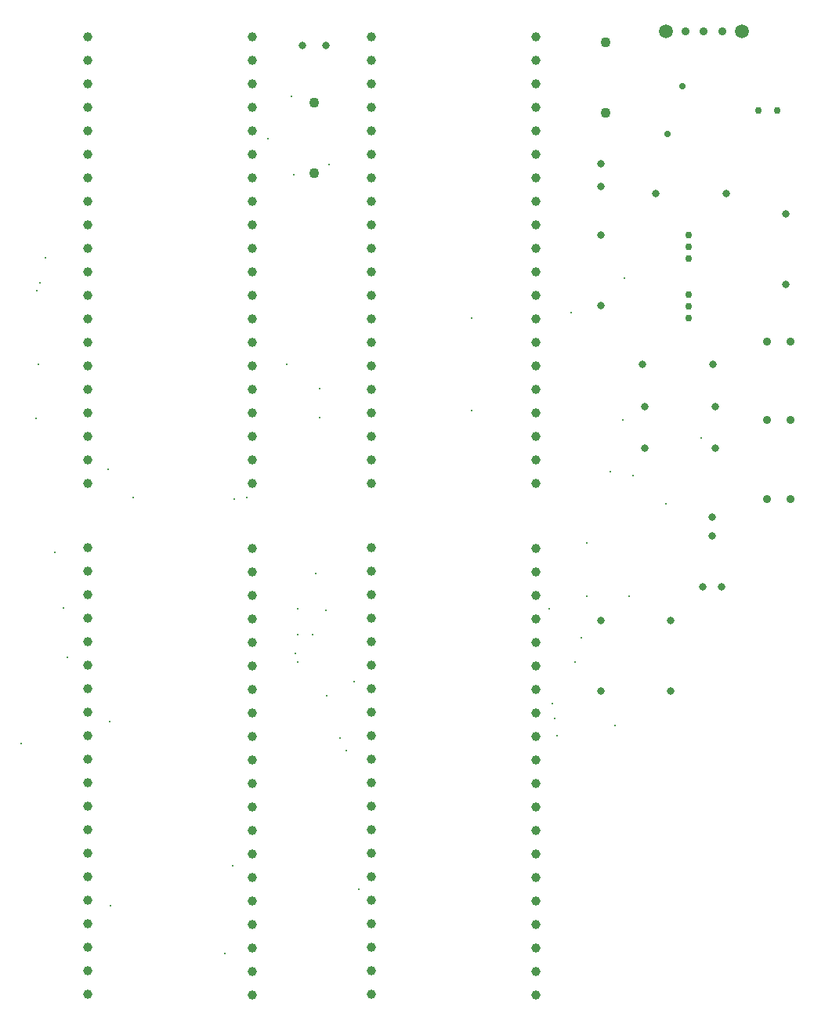
<source format=gbr>
%TF.GenerationSoftware,KiCad,Pcbnew,9.0.0*%
%TF.CreationDate,2025-09-26T14:07:42-04:00*%
%TF.ProjectId,Design V2.0,44657369-676e-4205-9632-2e302e6b6963,rev?*%
%TF.SameCoordinates,Original*%
%TF.FileFunction,Plated,1,2,PTH,Drill*%
%TF.FilePolarity,Positive*%
%FSLAX46Y46*%
G04 Gerber Fmt 4.6, Leading zero omitted, Abs format (unit mm)*
G04 Created by KiCad (PCBNEW 9.0.0) date 2025-09-26 14:07:42*
%MOMM*%
%LPD*%
G01*
G04 APERTURE LIST*
%TA.AperFunction,ViaDrill*%
%ADD10C,0.300000*%
%TD*%
%TA.AperFunction,ComponentDrill*%
%ADD11C,0.710000*%
%TD*%
%TA.AperFunction,ComponentDrill*%
%ADD12C,0.750000*%
%TD*%
%TA.AperFunction,ComponentDrill*%
%ADD13C,0.800000*%
%TD*%
%TA.AperFunction,ComponentDrill*%
%ADD14C,0.900000*%
%TD*%
%TA.AperFunction,ComponentDrill*%
%ADD15C,1.000000*%
%TD*%
%TA.AperFunction,ComponentDrill*%
%ADD16C,1.100000*%
%TD*%
%TA.AperFunction,ComponentDrill*%
%ADD17C,1.500000*%
%TD*%
G04 APERTURE END LIST*
D10*
X161796600Y-108924500D03*
X163485400Y-73783300D03*
X163558500Y-60025500D03*
X163722400Y-67928300D03*
X163867400Y-59142200D03*
X164463800Y-56421200D03*
X165467300Y-88267800D03*
X166411300Y-94258400D03*
X166837600Y-99602100D03*
X171215500Y-79306700D03*
X171417300Y-106536500D03*
X171487100Y-126494300D03*
X173946300Y-82361800D03*
X183845900Y-131610700D03*
X184731100Y-122162500D03*
X184841800Y-82569800D03*
X186256000Y-82365300D03*
X188486600Y-43590500D03*
X190515900Y-67928300D03*
X191083500Y-38969300D03*
X191286000Y-47518500D03*
X191501400Y-99212300D03*
X191727000Y-94393900D03*
X191749300Y-97211300D03*
X191749300Y-100139600D03*
X193373000Y-97211300D03*
X193655200Y-90553800D03*
X194078800Y-70592300D03*
X194078800Y-73711700D03*
X194752900Y-94511400D03*
X194834300Y-103814800D03*
X195139100Y-46371800D03*
X196260700Y-108325800D03*
X197014600Y-109698400D03*
X197842100Y-102277000D03*
X198299600Y-124692300D03*
X210500000Y-63000000D03*
X210500000Y-73000000D03*
X218883400Y-94359700D03*
X219275600Y-104653000D03*
X219476400Y-106194700D03*
X219730900Y-108066100D03*
X221291600Y-62383500D03*
X221694800Y-100138300D03*
X222413700Y-97539500D03*
X222946100Y-87259900D03*
X223000000Y-93000000D03*
X225544150Y-79544150D03*
X226000000Y-107000000D03*
X226865000Y-74018200D03*
X227064700Y-58672900D03*
X227500000Y-93000000D03*
X228000000Y-80000000D03*
X231499500Y-83000500D03*
X235330100Y-75926600D03*
D11*
%TO.C,F1*%
X231700000Y-43050000D03*
X233300000Y-37950000D03*
D12*
%TO.C,Q3*%
X234000000Y-53960000D03*
X234000000Y-55230000D03*
X234000000Y-56500000D03*
%TO.C,Q4*%
X234000000Y-60460000D03*
X234000000Y-61730000D03*
X234000000Y-63000000D03*
%TO.C,J1*%
X241500000Y-40500000D03*
X243500000Y-40500000D03*
D13*
%TO.C,C1*%
X192250000Y-33500000D03*
X194750000Y-33500000D03*
%TO.C,C2*%
X224500000Y-46250000D03*
X224500000Y-48750000D03*
%TO.C,R6*%
X224500000Y-54000000D03*
X224500000Y-61620000D03*
%TO.C,R1*%
X224500000Y-95690000D03*
X224500000Y-103310000D03*
%TO.C,R7*%
X229000000Y-68000000D03*
%TO.C,R3*%
X229190000Y-72500000D03*
%TO.C,R8*%
X229190000Y-77000000D03*
%TO.C,R2*%
X230380000Y-49500000D03*
%TO.C,R4*%
X232000000Y-95690000D03*
X232000000Y-103310000D03*
%TO.C,C3*%
X235500000Y-92000000D03*
%TO.C,C4*%
X236500000Y-84500000D03*
X236500000Y-86500000D03*
%TO.C,R7*%
X236620000Y-68000000D03*
%TO.C,R3*%
X236810000Y-72500000D03*
%TO.C,R8*%
X236810000Y-77000000D03*
%TO.C,C3*%
X237500000Y-92000000D03*
%TO.C,R2*%
X238000000Y-49500000D03*
%TO.C,R5*%
X244500000Y-51690000D03*
X244500000Y-59310000D03*
D14*
%TO.C,SW1*%
X233600000Y-32000000D03*
X235600000Y-32000000D03*
X237600000Y-32000000D03*
%TO.C,D2*%
X242460000Y-65500000D03*
%TO.C,D3*%
X242460000Y-74000000D03*
%TO.C,D4*%
X242460000Y-82500000D03*
%TO.C,D2*%
X245000000Y-65500000D03*
%TO.C,D3*%
X245000000Y-74000000D03*
%TO.C,D4*%
X245000000Y-82500000D03*
D15*
%TO.C,A1*%
X169000000Y-32600000D03*
X169000000Y-35140000D03*
X169000000Y-37680000D03*
X169000000Y-40220000D03*
X169000000Y-42760000D03*
X169000000Y-45300000D03*
X169000000Y-47840000D03*
X169000000Y-50380000D03*
X169000000Y-52920000D03*
X169000000Y-55460000D03*
X169000000Y-58000000D03*
X169000000Y-60540000D03*
X169000000Y-63080000D03*
X169000000Y-65620000D03*
X169000000Y-68160000D03*
X169000000Y-70700000D03*
X169000000Y-73240000D03*
X169000000Y-75780000D03*
X169000000Y-78320000D03*
X169000000Y-80860000D03*
%TO.C,J2*%
X169000000Y-87800000D03*
X169000000Y-90340000D03*
X169000000Y-92880000D03*
X169000000Y-95420000D03*
X169000000Y-97960000D03*
X169000000Y-100500000D03*
X169000000Y-103040000D03*
X169000000Y-105580000D03*
X169000000Y-108120000D03*
X169000000Y-110660000D03*
X169000000Y-113200000D03*
X169000000Y-115740000D03*
X169000000Y-118280000D03*
X169000000Y-120820000D03*
X169000000Y-123360000D03*
X169000000Y-125900000D03*
X169000000Y-128440000D03*
X169000000Y-130980000D03*
X169000000Y-133520000D03*
X169000000Y-136060000D03*
%TO.C,A1*%
X186780000Y-32600000D03*
X186780000Y-35140000D03*
X186780000Y-37680000D03*
X186780000Y-40220000D03*
X186780000Y-42760000D03*
X186780000Y-45300000D03*
X186780000Y-47840000D03*
X186780000Y-50380000D03*
X186780000Y-52920000D03*
X186780000Y-55460000D03*
X186780000Y-58000000D03*
X186780000Y-60540000D03*
X186780000Y-63080000D03*
X186780000Y-65620000D03*
X186780000Y-68160000D03*
X186780000Y-70700000D03*
X186780000Y-73240000D03*
X186780000Y-75780000D03*
X186780000Y-78320000D03*
X186780000Y-80860000D03*
%TO.C,J3*%
X186780000Y-87860000D03*
X186780000Y-90400000D03*
X186780000Y-92940000D03*
X186780000Y-95480000D03*
X186780000Y-98020000D03*
X186780000Y-100560000D03*
X186780000Y-103100000D03*
X186780000Y-105640000D03*
X186780000Y-108180000D03*
X186780000Y-110720000D03*
X186780000Y-113260000D03*
X186780000Y-115800000D03*
X186780000Y-118340000D03*
X186780000Y-120880000D03*
X186780000Y-123420000D03*
X186780000Y-125960000D03*
X186780000Y-128500000D03*
X186780000Y-131040000D03*
X186780000Y-133580000D03*
X186780000Y-136120000D03*
%TO.C,A2*%
X199720000Y-32600000D03*
X199720000Y-35140000D03*
X199720000Y-37680000D03*
X199720000Y-40220000D03*
X199720000Y-42760000D03*
X199720000Y-45300000D03*
X199720000Y-47840000D03*
X199720000Y-50380000D03*
X199720000Y-52920000D03*
X199720000Y-55460000D03*
X199720000Y-58000000D03*
X199720000Y-60540000D03*
X199720000Y-63080000D03*
X199720000Y-65620000D03*
X199720000Y-68160000D03*
X199720000Y-70700000D03*
X199720000Y-73240000D03*
X199720000Y-75780000D03*
X199720000Y-78320000D03*
X199720000Y-80860000D03*
%TO.C,J4*%
X199720000Y-87800000D03*
X199720000Y-90340000D03*
X199720000Y-92880000D03*
X199720000Y-95420000D03*
X199720000Y-97960000D03*
X199720000Y-100500000D03*
X199720000Y-103040000D03*
X199720000Y-105580000D03*
X199720000Y-108120000D03*
X199720000Y-110660000D03*
X199720000Y-113200000D03*
X199720000Y-115740000D03*
X199720000Y-118280000D03*
X199720000Y-120820000D03*
X199720000Y-123360000D03*
X199720000Y-125900000D03*
X199720000Y-128440000D03*
X199720000Y-130980000D03*
X199720000Y-133520000D03*
X199720000Y-136060000D03*
%TO.C,A2*%
X217500000Y-32600000D03*
X217500000Y-35140000D03*
X217500000Y-37680000D03*
X217500000Y-40220000D03*
X217500000Y-42760000D03*
X217500000Y-45300000D03*
X217500000Y-47840000D03*
X217500000Y-50380000D03*
X217500000Y-52920000D03*
X217500000Y-55460000D03*
X217500000Y-58000000D03*
X217500000Y-60540000D03*
X217500000Y-63080000D03*
X217500000Y-65620000D03*
X217500000Y-68160000D03*
X217500000Y-70700000D03*
X217500000Y-73240000D03*
X217500000Y-75780000D03*
X217500000Y-78320000D03*
X217500000Y-80860000D03*
%TO.C,J5*%
X217500000Y-87860000D03*
X217500000Y-90400000D03*
X217500000Y-92940000D03*
X217500000Y-95480000D03*
X217500000Y-98020000D03*
X217500000Y-100560000D03*
X217500000Y-103100000D03*
X217500000Y-105640000D03*
X217500000Y-108180000D03*
X217500000Y-110720000D03*
X217500000Y-113260000D03*
X217500000Y-115800000D03*
X217500000Y-118340000D03*
X217500000Y-120880000D03*
X217500000Y-123420000D03*
X217500000Y-125960000D03*
X217500000Y-128500000D03*
X217500000Y-131040000D03*
X217500000Y-133580000D03*
X217500000Y-136120000D03*
D16*
%TO.C,D5*%
X193500000Y-39690000D03*
X193500000Y-47310000D03*
%TO.C,D6*%
X225000000Y-33190000D03*
X225000000Y-40810000D03*
D17*
%TO.C,SW1*%
X231500000Y-32000000D03*
X239700000Y-32000000D03*
M02*

</source>
